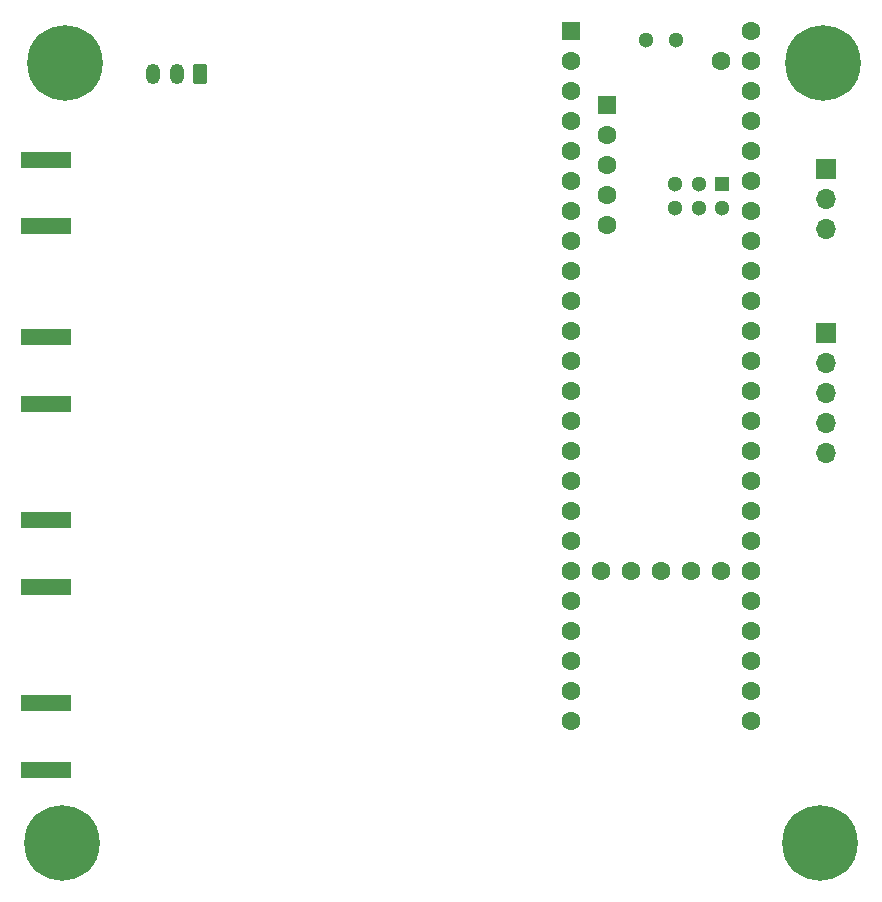
<source format=gbr>
%TF.GenerationSoftware,KiCad,Pcbnew,7.0.1*%
%TF.CreationDate,2023-03-26T22:20:59+02:00*%
%TF.ProjectId,2023.03 SPD v2,32303233-2e30-4332-9053-50442076322e,rev?*%
%TF.SameCoordinates,Original*%
%TF.FileFunction,Soldermask,Bot*%
%TF.FilePolarity,Negative*%
%FSLAX46Y46*%
G04 Gerber Fmt 4.6, Leading zero omitted, Abs format (unit mm)*
G04 Created by KiCad (PCBNEW 7.0.1) date 2023-03-26 22:20:59*
%MOMM*%
%LPD*%
G01*
G04 APERTURE LIST*
G04 Aperture macros list*
%AMRoundRect*
0 Rectangle with rounded corners*
0 $1 Rounding radius*
0 $2 $3 $4 $5 $6 $7 $8 $9 X,Y pos of 4 corners*
0 Add a 4 corners polygon primitive as box body*
4,1,4,$2,$3,$4,$5,$6,$7,$8,$9,$2,$3,0*
0 Add four circle primitives for the rounded corners*
1,1,$1+$1,$2,$3*
1,1,$1+$1,$4,$5*
1,1,$1+$1,$6,$7*
1,1,$1+$1,$8,$9*
0 Add four rect primitives between the rounded corners*
20,1,$1+$1,$2,$3,$4,$5,0*
20,1,$1+$1,$4,$5,$6,$7,0*
20,1,$1+$1,$6,$7,$8,$9,0*
20,1,$1+$1,$8,$9,$2,$3,0*%
G04 Aperture macros list end*
%ADD10C,6.400000*%
%ADD11R,1.700000X1.700000*%
%ADD12O,1.700000X1.700000*%
%ADD13R,4.200000X1.350000*%
%ADD14R,1.600000X1.600000*%
%ADD15C,1.600000*%
%ADD16R,1.300000X1.300000*%
%ADD17C,1.300000*%
%ADD18RoundRect,0.250000X0.350000X0.625000X-0.350000X0.625000X-0.350000X-0.625000X0.350000X-0.625000X0*%
%ADD19O,1.200000X1.750000*%
G04 APERTURE END LIST*
D10*
%TO.C,H2*%
X181225000Y-65750000D03*
%TD*%
D11*
%TO.C,J3*%
X181475000Y-88590000D03*
D12*
X181475000Y-91130000D03*
X181475000Y-93670000D03*
X181475000Y-96210000D03*
X181475000Y-98750000D03*
%TD*%
D13*
%TO.C,J6*%
X115387500Y-104425000D03*
X115387500Y-110075000D03*
%TD*%
D10*
%TO.C,H4*%
X116725000Y-131750000D03*
%TD*%
D14*
%TO.C,U5*%
X159875000Y-63020000D03*
D15*
X159875000Y-65560000D03*
X159875000Y-68100000D03*
X159875000Y-70640000D03*
X159875000Y-73180000D03*
X159875000Y-75720000D03*
X159875000Y-78260000D03*
X159875000Y-80800000D03*
X159875000Y-83340000D03*
X159875000Y-85880000D03*
X159875000Y-88420000D03*
X159875000Y-90960000D03*
X159875000Y-93500000D03*
X159875000Y-96040000D03*
X159875000Y-98580000D03*
X159875000Y-101120000D03*
X159875000Y-103660000D03*
X159875000Y-106200000D03*
X159875000Y-108740000D03*
X159875000Y-111280000D03*
X159875000Y-113820000D03*
X159875000Y-116360000D03*
X159875000Y-118900000D03*
X159875000Y-121440000D03*
X175115000Y-121440000D03*
X175115000Y-118900000D03*
X175115000Y-116360000D03*
X175115000Y-113820000D03*
X175115000Y-111280000D03*
X175115000Y-108740000D03*
X175115000Y-106200000D03*
X175115000Y-103660000D03*
X175115000Y-101120000D03*
X175115000Y-98580000D03*
X175115000Y-96040000D03*
X175115000Y-93500000D03*
X175115000Y-90960000D03*
X175115000Y-88420000D03*
X175115000Y-85880000D03*
X175115000Y-83340000D03*
X175115000Y-80800000D03*
X175115000Y-78260000D03*
X175115000Y-75720000D03*
X175115000Y-73180000D03*
X175115000Y-70640000D03*
X175115000Y-68100000D03*
X175115000Y-65560000D03*
X175115000Y-63020000D03*
X172575000Y-65560000D03*
X162415000Y-108740000D03*
X164955000Y-108740000D03*
X167495000Y-108740000D03*
X170035000Y-108740000D03*
X172575000Y-108740000D03*
D14*
X162925800Y-69319200D03*
D15*
X162925800Y-71859200D03*
X162925800Y-74399200D03*
X162925800Y-76939200D03*
X162925800Y-79479200D03*
D16*
X172676600Y-75990000D03*
D17*
X170676600Y-75990000D03*
X168676600Y-75990000D03*
X168676600Y-77990000D03*
X170676600Y-77990000D03*
X172676600Y-77990000D03*
X168765000Y-63750000D03*
X166225000Y-63750000D03*
%TD*%
D10*
%TO.C,H3*%
X116975000Y-65750000D03*
%TD*%
%TO.C,H1*%
X180975000Y-131750000D03*
%TD*%
D13*
%TO.C,J1*%
X115425000Y-73925000D03*
X115425000Y-79575000D03*
%TD*%
D11*
%TO.C,J4*%
X181475000Y-74750000D03*
D12*
X181475000Y-77290000D03*
X181475000Y-79830000D03*
%TD*%
D13*
%TO.C,J5*%
X115387500Y-88925000D03*
X115387500Y-94575000D03*
%TD*%
D18*
%TO.C,J2*%
X128475000Y-66700000D03*
D19*
X126475000Y-66700000D03*
X124475000Y-66700000D03*
%TD*%
D13*
%TO.C,J7*%
X115387500Y-119925000D03*
X115387500Y-125575000D03*
%TD*%
M02*

</source>
